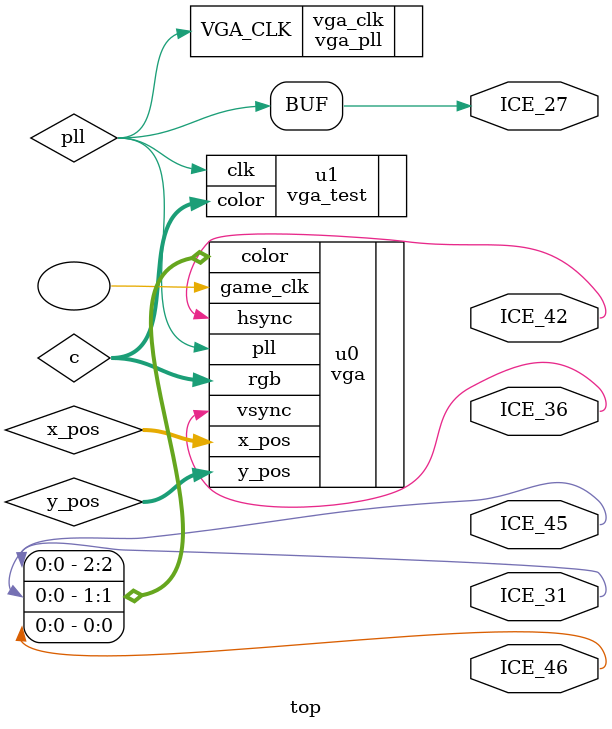
<source format=sv>


module top (
output logic ICE_42, // HSYNC
output logic ICE_36, // VSYNC
output logic ICE_45, // R
output logic ICE_31, // G
output logic ICE_46, // B
output logic ICE_27 //pll
);

logic [2:0] c;
logic [9:0] x_pos, y_pos;
logic pll;

assign ICE_27 = pll;

vga_pll vga_clk(
    .VGA_CLK(pll)
);

vga u0(
.game_clk(),
.pll(pll),
.rgb(c),
.hsync(ICE_42),
.vsync(ICE_36),
.x_pos(x_pos),
.y_pos(y_pos),
.color({ICE_45, ICE_31, ICE_46})
);

vga_test u1(
.clk(pll),
.color(c)
);
endmodule
</source>
